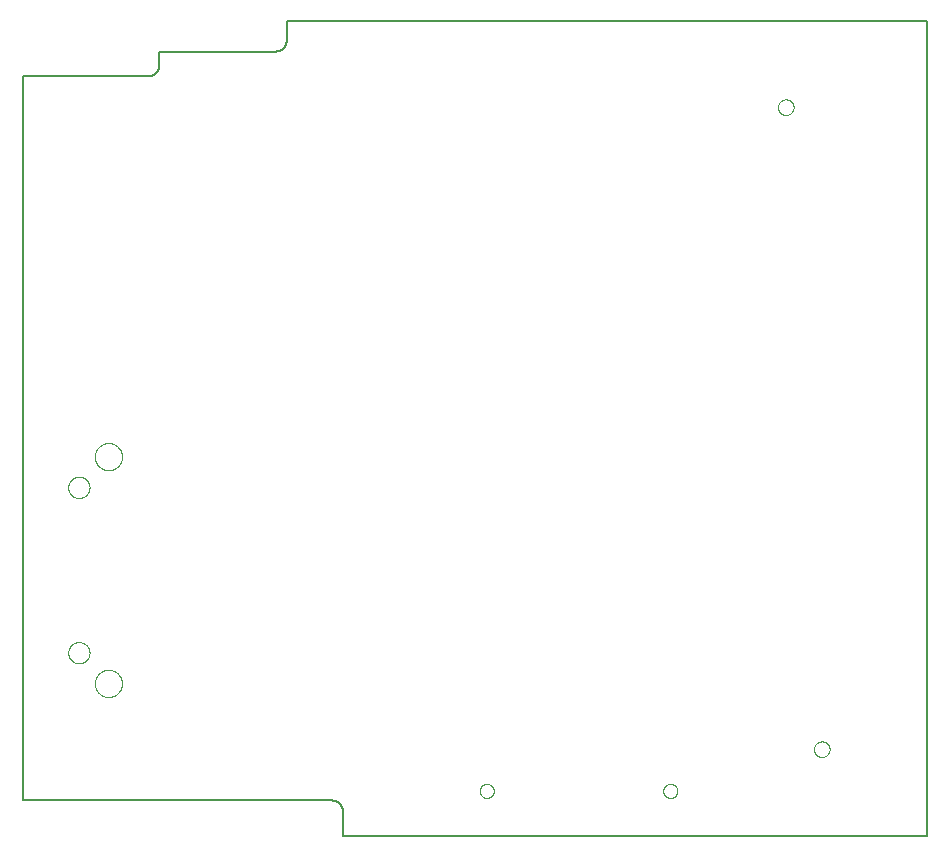
<source format=gko>
G75*
%MOIN*%
%OFA0B0*%
%FSLAX25Y25*%
%IPPOS*%
%LPD*%
%AMOC8*
5,1,8,0,0,1.08239X$1,22.5*
%
%ADD10C,0.00500*%
%ADD11C,0.00000*%
D10*
X0050016Y0056315D02*
X0152772Y0056315D01*
X0152896Y0056313D01*
X0153019Y0056307D01*
X0153143Y0056298D01*
X0153265Y0056284D01*
X0153388Y0056267D01*
X0153510Y0056245D01*
X0153631Y0056220D01*
X0153751Y0056191D01*
X0153870Y0056159D01*
X0153989Y0056122D01*
X0154106Y0056082D01*
X0154221Y0056039D01*
X0154336Y0055991D01*
X0154448Y0055940D01*
X0154559Y0055886D01*
X0154669Y0055828D01*
X0154776Y0055767D01*
X0154882Y0055702D01*
X0154985Y0055634D01*
X0155086Y0055563D01*
X0155185Y0055489D01*
X0155282Y0055412D01*
X0155376Y0055331D01*
X0155467Y0055248D01*
X0155556Y0055162D01*
X0155642Y0055073D01*
X0155725Y0054982D01*
X0155806Y0054888D01*
X0155883Y0054791D01*
X0155957Y0054692D01*
X0156028Y0054591D01*
X0156096Y0054488D01*
X0156161Y0054382D01*
X0156222Y0054275D01*
X0156280Y0054165D01*
X0156334Y0054054D01*
X0156385Y0053942D01*
X0156433Y0053827D01*
X0156476Y0053712D01*
X0156516Y0053595D01*
X0156553Y0053476D01*
X0156585Y0053357D01*
X0156614Y0053237D01*
X0156639Y0053116D01*
X0156661Y0052994D01*
X0156678Y0052871D01*
X0156692Y0052749D01*
X0156701Y0052625D01*
X0156707Y0052502D01*
X0156709Y0052378D01*
X0156709Y0044504D01*
X0351197Y0044504D01*
X0351197Y0316157D01*
X0137811Y0316157D01*
X0137811Y0309858D01*
X0137809Y0309734D01*
X0137803Y0309611D01*
X0137794Y0309487D01*
X0137780Y0309365D01*
X0137763Y0309242D01*
X0137741Y0309120D01*
X0137716Y0308999D01*
X0137687Y0308879D01*
X0137655Y0308760D01*
X0137618Y0308641D01*
X0137578Y0308524D01*
X0137535Y0308409D01*
X0137487Y0308294D01*
X0137436Y0308182D01*
X0137382Y0308071D01*
X0137324Y0307961D01*
X0137263Y0307854D01*
X0137198Y0307748D01*
X0137130Y0307645D01*
X0137059Y0307544D01*
X0136985Y0307445D01*
X0136908Y0307348D01*
X0136827Y0307254D01*
X0136744Y0307163D01*
X0136658Y0307074D01*
X0136569Y0306988D01*
X0136478Y0306905D01*
X0136384Y0306824D01*
X0136287Y0306747D01*
X0136188Y0306673D01*
X0136087Y0306602D01*
X0135984Y0306534D01*
X0135878Y0306469D01*
X0135771Y0306408D01*
X0135661Y0306350D01*
X0135550Y0306296D01*
X0135438Y0306245D01*
X0135323Y0306197D01*
X0135208Y0306154D01*
X0135091Y0306114D01*
X0134972Y0306077D01*
X0134853Y0306045D01*
X0134733Y0306016D01*
X0134612Y0305991D01*
X0134490Y0305969D01*
X0134367Y0305952D01*
X0134245Y0305938D01*
X0134121Y0305929D01*
X0133998Y0305923D01*
X0133874Y0305921D01*
X0095291Y0305921D01*
X0095291Y0301591D01*
X0095289Y0301467D01*
X0095283Y0301344D01*
X0095274Y0301220D01*
X0095260Y0301098D01*
X0095243Y0300975D01*
X0095221Y0300853D01*
X0095196Y0300732D01*
X0095167Y0300612D01*
X0095135Y0300493D01*
X0095098Y0300374D01*
X0095058Y0300257D01*
X0095015Y0300142D01*
X0094967Y0300027D01*
X0094916Y0299915D01*
X0094862Y0299804D01*
X0094804Y0299694D01*
X0094743Y0299587D01*
X0094678Y0299481D01*
X0094610Y0299378D01*
X0094539Y0299277D01*
X0094465Y0299178D01*
X0094388Y0299081D01*
X0094307Y0298987D01*
X0094224Y0298896D01*
X0094138Y0298807D01*
X0094049Y0298721D01*
X0093958Y0298638D01*
X0093864Y0298557D01*
X0093767Y0298480D01*
X0093668Y0298406D01*
X0093567Y0298335D01*
X0093464Y0298267D01*
X0093358Y0298202D01*
X0093251Y0298141D01*
X0093141Y0298083D01*
X0093030Y0298029D01*
X0092918Y0297978D01*
X0092803Y0297930D01*
X0092688Y0297887D01*
X0092571Y0297847D01*
X0092452Y0297810D01*
X0092333Y0297778D01*
X0092213Y0297749D01*
X0092092Y0297724D01*
X0091970Y0297702D01*
X0091847Y0297685D01*
X0091725Y0297671D01*
X0091601Y0297662D01*
X0091478Y0297656D01*
X0091354Y0297654D01*
X0050016Y0297654D01*
X0050016Y0056315D01*
D11*
X0073834Y0095291D02*
X0073836Y0095425D01*
X0073842Y0095559D01*
X0073852Y0095693D01*
X0073866Y0095827D01*
X0073884Y0095960D01*
X0073905Y0096092D01*
X0073931Y0096224D01*
X0073961Y0096355D01*
X0073994Y0096485D01*
X0074031Y0096613D01*
X0074073Y0096741D01*
X0074117Y0096868D01*
X0074166Y0096993D01*
X0074218Y0097116D01*
X0074274Y0097238D01*
X0074334Y0097359D01*
X0074397Y0097477D01*
X0074463Y0097594D01*
X0074533Y0097708D01*
X0074606Y0097821D01*
X0074683Y0097931D01*
X0074763Y0098039D01*
X0074846Y0098144D01*
X0074932Y0098247D01*
X0075021Y0098347D01*
X0075113Y0098445D01*
X0075208Y0098540D01*
X0075306Y0098632D01*
X0075406Y0098721D01*
X0075509Y0098807D01*
X0075614Y0098890D01*
X0075722Y0098970D01*
X0075832Y0099047D01*
X0075945Y0099120D01*
X0076059Y0099190D01*
X0076176Y0099256D01*
X0076294Y0099319D01*
X0076415Y0099379D01*
X0076537Y0099435D01*
X0076660Y0099487D01*
X0076785Y0099536D01*
X0076912Y0099580D01*
X0077040Y0099622D01*
X0077168Y0099659D01*
X0077298Y0099692D01*
X0077429Y0099722D01*
X0077561Y0099748D01*
X0077693Y0099769D01*
X0077826Y0099787D01*
X0077960Y0099801D01*
X0078094Y0099811D01*
X0078228Y0099817D01*
X0078362Y0099819D01*
X0078496Y0099817D01*
X0078630Y0099811D01*
X0078764Y0099801D01*
X0078898Y0099787D01*
X0079031Y0099769D01*
X0079163Y0099748D01*
X0079295Y0099722D01*
X0079426Y0099692D01*
X0079556Y0099659D01*
X0079684Y0099622D01*
X0079812Y0099580D01*
X0079939Y0099536D01*
X0080064Y0099487D01*
X0080187Y0099435D01*
X0080309Y0099379D01*
X0080430Y0099319D01*
X0080548Y0099256D01*
X0080665Y0099190D01*
X0080779Y0099120D01*
X0080892Y0099047D01*
X0081002Y0098970D01*
X0081110Y0098890D01*
X0081215Y0098807D01*
X0081318Y0098721D01*
X0081418Y0098632D01*
X0081516Y0098540D01*
X0081611Y0098445D01*
X0081703Y0098347D01*
X0081792Y0098247D01*
X0081878Y0098144D01*
X0081961Y0098039D01*
X0082041Y0097931D01*
X0082118Y0097821D01*
X0082191Y0097708D01*
X0082261Y0097594D01*
X0082327Y0097477D01*
X0082390Y0097359D01*
X0082450Y0097238D01*
X0082506Y0097116D01*
X0082558Y0096993D01*
X0082607Y0096868D01*
X0082651Y0096741D01*
X0082693Y0096613D01*
X0082730Y0096485D01*
X0082763Y0096355D01*
X0082793Y0096224D01*
X0082819Y0096092D01*
X0082840Y0095960D01*
X0082858Y0095827D01*
X0082872Y0095693D01*
X0082882Y0095559D01*
X0082888Y0095425D01*
X0082890Y0095291D01*
X0082888Y0095157D01*
X0082882Y0095023D01*
X0082872Y0094889D01*
X0082858Y0094755D01*
X0082840Y0094622D01*
X0082819Y0094490D01*
X0082793Y0094358D01*
X0082763Y0094227D01*
X0082730Y0094097D01*
X0082693Y0093969D01*
X0082651Y0093841D01*
X0082607Y0093714D01*
X0082558Y0093589D01*
X0082506Y0093466D01*
X0082450Y0093344D01*
X0082390Y0093223D01*
X0082327Y0093105D01*
X0082261Y0092988D01*
X0082191Y0092874D01*
X0082118Y0092761D01*
X0082041Y0092651D01*
X0081961Y0092543D01*
X0081878Y0092438D01*
X0081792Y0092335D01*
X0081703Y0092235D01*
X0081611Y0092137D01*
X0081516Y0092042D01*
X0081418Y0091950D01*
X0081318Y0091861D01*
X0081215Y0091775D01*
X0081110Y0091692D01*
X0081002Y0091612D01*
X0080892Y0091535D01*
X0080779Y0091462D01*
X0080665Y0091392D01*
X0080548Y0091326D01*
X0080430Y0091263D01*
X0080309Y0091203D01*
X0080187Y0091147D01*
X0080064Y0091095D01*
X0079939Y0091046D01*
X0079812Y0091002D01*
X0079684Y0090960D01*
X0079556Y0090923D01*
X0079426Y0090890D01*
X0079295Y0090860D01*
X0079163Y0090834D01*
X0079031Y0090813D01*
X0078898Y0090795D01*
X0078764Y0090781D01*
X0078630Y0090771D01*
X0078496Y0090765D01*
X0078362Y0090763D01*
X0078228Y0090765D01*
X0078094Y0090771D01*
X0077960Y0090781D01*
X0077826Y0090795D01*
X0077693Y0090813D01*
X0077561Y0090834D01*
X0077429Y0090860D01*
X0077298Y0090890D01*
X0077168Y0090923D01*
X0077040Y0090960D01*
X0076912Y0091002D01*
X0076785Y0091046D01*
X0076660Y0091095D01*
X0076537Y0091147D01*
X0076415Y0091203D01*
X0076294Y0091263D01*
X0076176Y0091326D01*
X0076059Y0091392D01*
X0075945Y0091462D01*
X0075832Y0091535D01*
X0075722Y0091612D01*
X0075614Y0091692D01*
X0075509Y0091775D01*
X0075406Y0091861D01*
X0075306Y0091950D01*
X0075208Y0092042D01*
X0075113Y0092137D01*
X0075021Y0092235D01*
X0074932Y0092335D01*
X0074846Y0092438D01*
X0074763Y0092543D01*
X0074683Y0092651D01*
X0074606Y0092761D01*
X0074533Y0092874D01*
X0074463Y0092988D01*
X0074397Y0093105D01*
X0074334Y0093223D01*
X0074274Y0093344D01*
X0074218Y0093466D01*
X0074166Y0093589D01*
X0074117Y0093714D01*
X0074073Y0093841D01*
X0074031Y0093969D01*
X0073994Y0094097D01*
X0073961Y0094227D01*
X0073931Y0094358D01*
X0073905Y0094490D01*
X0073884Y0094622D01*
X0073866Y0094755D01*
X0073852Y0094889D01*
X0073842Y0095023D01*
X0073836Y0095157D01*
X0073834Y0095291D01*
X0064977Y0105528D02*
X0064979Y0105646D01*
X0064985Y0105765D01*
X0064995Y0105883D01*
X0065009Y0106000D01*
X0065026Y0106117D01*
X0065048Y0106234D01*
X0065074Y0106349D01*
X0065103Y0106464D01*
X0065136Y0106578D01*
X0065173Y0106690D01*
X0065214Y0106801D01*
X0065258Y0106911D01*
X0065306Y0107019D01*
X0065358Y0107126D01*
X0065413Y0107231D01*
X0065472Y0107334D01*
X0065534Y0107434D01*
X0065599Y0107533D01*
X0065668Y0107630D01*
X0065739Y0107724D01*
X0065814Y0107815D01*
X0065892Y0107905D01*
X0065973Y0107991D01*
X0066057Y0108075D01*
X0066143Y0108156D01*
X0066233Y0108234D01*
X0066324Y0108309D01*
X0066418Y0108380D01*
X0066515Y0108449D01*
X0066614Y0108514D01*
X0066714Y0108576D01*
X0066817Y0108635D01*
X0066922Y0108690D01*
X0067029Y0108742D01*
X0067137Y0108790D01*
X0067247Y0108834D01*
X0067358Y0108875D01*
X0067470Y0108912D01*
X0067584Y0108945D01*
X0067699Y0108974D01*
X0067814Y0109000D01*
X0067931Y0109022D01*
X0068048Y0109039D01*
X0068165Y0109053D01*
X0068283Y0109063D01*
X0068402Y0109069D01*
X0068520Y0109071D01*
X0068638Y0109069D01*
X0068757Y0109063D01*
X0068875Y0109053D01*
X0068992Y0109039D01*
X0069109Y0109022D01*
X0069226Y0109000D01*
X0069341Y0108974D01*
X0069456Y0108945D01*
X0069570Y0108912D01*
X0069682Y0108875D01*
X0069793Y0108834D01*
X0069903Y0108790D01*
X0070011Y0108742D01*
X0070118Y0108690D01*
X0070223Y0108635D01*
X0070326Y0108576D01*
X0070426Y0108514D01*
X0070525Y0108449D01*
X0070622Y0108380D01*
X0070716Y0108309D01*
X0070807Y0108234D01*
X0070897Y0108156D01*
X0070983Y0108075D01*
X0071067Y0107991D01*
X0071148Y0107905D01*
X0071226Y0107815D01*
X0071301Y0107724D01*
X0071372Y0107630D01*
X0071441Y0107533D01*
X0071506Y0107434D01*
X0071568Y0107334D01*
X0071627Y0107231D01*
X0071682Y0107126D01*
X0071734Y0107019D01*
X0071782Y0106911D01*
X0071826Y0106801D01*
X0071867Y0106690D01*
X0071904Y0106578D01*
X0071937Y0106464D01*
X0071966Y0106349D01*
X0071992Y0106234D01*
X0072014Y0106117D01*
X0072031Y0106000D01*
X0072045Y0105883D01*
X0072055Y0105765D01*
X0072061Y0105646D01*
X0072063Y0105528D01*
X0072061Y0105410D01*
X0072055Y0105291D01*
X0072045Y0105173D01*
X0072031Y0105056D01*
X0072014Y0104939D01*
X0071992Y0104822D01*
X0071966Y0104707D01*
X0071937Y0104592D01*
X0071904Y0104478D01*
X0071867Y0104366D01*
X0071826Y0104255D01*
X0071782Y0104145D01*
X0071734Y0104037D01*
X0071682Y0103930D01*
X0071627Y0103825D01*
X0071568Y0103722D01*
X0071506Y0103622D01*
X0071441Y0103523D01*
X0071372Y0103426D01*
X0071301Y0103332D01*
X0071226Y0103241D01*
X0071148Y0103151D01*
X0071067Y0103065D01*
X0070983Y0102981D01*
X0070897Y0102900D01*
X0070807Y0102822D01*
X0070716Y0102747D01*
X0070622Y0102676D01*
X0070525Y0102607D01*
X0070426Y0102542D01*
X0070326Y0102480D01*
X0070223Y0102421D01*
X0070118Y0102366D01*
X0070011Y0102314D01*
X0069903Y0102266D01*
X0069793Y0102222D01*
X0069682Y0102181D01*
X0069570Y0102144D01*
X0069456Y0102111D01*
X0069341Y0102082D01*
X0069226Y0102056D01*
X0069109Y0102034D01*
X0068992Y0102017D01*
X0068875Y0102003D01*
X0068757Y0101993D01*
X0068638Y0101987D01*
X0068520Y0101985D01*
X0068402Y0101987D01*
X0068283Y0101993D01*
X0068165Y0102003D01*
X0068048Y0102017D01*
X0067931Y0102034D01*
X0067814Y0102056D01*
X0067699Y0102082D01*
X0067584Y0102111D01*
X0067470Y0102144D01*
X0067358Y0102181D01*
X0067247Y0102222D01*
X0067137Y0102266D01*
X0067029Y0102314D01*
X0066922Y0102366D01*
X0066817Y0102421D01*
X0066714Y0102480D01*
X0066614Y0102542D01*
X0066515Y0102607D01*
X0066418Y0102676D01*
X0066324Y0102747D01*
X0066233Y0102822D01*
X0066143Y0102900D01*
X0066057Y0102981D01*
X0065973Y0103065D01*
X0065892Y0103151D01*
X0065814Y0103241D01*
X0065739Y0103332D01*
X0065668Y0103426D01*
X0065599Y0103523D01*
X0065534Y0103622D01*
X0065472Y0103722D01*
X0065413Y0103825D01*
X0065358Y0103930D01*
X0065306Y0104037D01*
X0065258Y0104145D01*
X0065214Y0104255D01*
X0065173Y0104366D01*
X0065136Y0104478D01*
X0065103Y0104592D01*
X0065074Y0104707D01*
X0065048Y0104822D01*
X0065026Y0104939D01*
X0065009Y0105056D01*
X0064995Y0105173D01*
X0064985Y0105291D01*
X0064979Y0105410D01*
X0064977Y0105528D01*
X0064977Y0160646D02*
X0064979Y0160764D01*
X0064985Y0160883D01*
X0064995Y0161001D01*
X0065009Y0161118D01*
X0065026Y0161235D01*
X0065048Y0161352D01*
X0065074Y0161467D01*
X0065103Y0161582D01*
X0065136Y0161696D01*
X0065173Y0161808D01*
X0065214Y0161919D01*
X0065258Y0162029D01*
X0065306Y0162137D01*
X0065358Y0162244D01*
X0065413Y0162349D01*
X0065472Y0162452D01*
X0065534Y0162552D01*
X0065599Y0162651D01*
X0065668Y0162748D01*
X0065739Y0162842D01*
X0065814Y0162933D01*
X0065892Y0163023D01*
X0065973Y0163109D01*
X0066057Y0163193D01*
X0066143Y0163274D01*
X0066233Y0163352D01*
X0066324Y0163427D01*
X0066418Y0163498D01*
X0066515Y0163567D01*
X0066614Y0163632D01*
X0066714Y0163694D01*
X0066817Y0163753D01*
X0066922Y0163808D01*
X0067029Y0163860D01*
X0067137Y0163908D01*
X0067247Y0163952D01*
X0067358Y0163993D01*
X0067470Y0164030D01*
X0067584Y0164063D01*
X0067699Y0164092D01*
X0067814Y0164118D01*
X0067931Y0164140D01*
X0068048Y0164157D01*
X0068165Y0164171D01*
X0068283Y0164181D01*
X0068402Y0164187D01*
X0068520Y0164189D01*
X0068638Y0164187D01*
X0068757Y0164181D01*
X0068875Y0164171D01*
X0068992Y0164157D01*
X0069109Y0164140D01*
X0069226Y0164118D01*
X0069341Y0164092D01*
X0069456Y0164063D01*
X0069570Y0164030D01*
X0069682Y0163993D01*
X0069793Y0163952D01*
X0069903Y0163908D01*
X0070011Y0163860D01*
X0070118Y0163808D01*
X0070223Y0163753D01*
X0070326Y0163694D01*
X0070426Y0163632D01*
X0070525Y0163567D01*
X0070622Y0163498D01*
X0070716Y0163427D01*
X0070807Y0163352D01*
X0070897Y0163274D01*
X0070983Y0163193D01*
X0071067Y0163109D01*
X0071148Y0163023D01*
X0071226Y0162933D01*
X0071301Y0162842D01*
X0071372Y0162748D01*
X0071441Y0162651D01*
X0071506Y0162552D01*
X0071568Y0162452D01*
X0071627Y0162349D01*
X0071682Y0162244D01*
X0071734Y0162137D01*
X0071782Y0162029D01*
X0071826Y0161919D01*
X0071867Y0161808D01*
X0071904Y0161696D01*
X0071937Y0161582D01*
X0071966Y0161467D01*
X0071992Y0161352D01*
X0072014Y0161235D01*
X0072031Y0161118D01*
X0072045Y0161001D01*
X0072055Y0160883D01*
X0072061Y0160764D01*
X0072063Y0160646D01*
X0072061Y0160528D01*
X0072055Y0160409D01*
X0072045Y0160291D01*
X0072031Y0160174D01*
X0072014Y0160057D01*
X0071992Y0159940D01*
X0071966Y0159825D01*
X0071937Y0159710D01*
X0071904Y0159596D01*
X0071867Y0159484D01*
X0071826Y0159373D01*
X0071782Y0159263D01*
X0071734Y0159155D01*
X0071682Y0159048D01*
X0071627Y0158943D01*
X0071568Y0158840D01*
X0071506Y0158740D01*
X0071441Y0158641D01*
X0071372Y0158544D01*
X0071301Y0158450D01*
X0071226Y0158359D01*
X0071148Y0158269D01*
X0071067Y0158183D01*
X0070983Y0158099D01*
X0070897Y0158018D01*
X0070807Y0157940D01*
X0070716Y0157865D01*
X0070622Y0157794D01*
X0070525Y0157725D01*
X0070426Y0157660D01*
X0070326Y0157598D01*
X0070223Y0157539D01*
X0070118Y0157484D01*
X0070011Y0157432D01*
X0069903Y0157384D01*
X0069793Y0157340D01*
X0069682Y0157299D01*
X0069570Y0157262D01*
X0069456Y0157229D01*
X0069341Y0157200D01*
X0069226Y0157174D01*
X0069109Y0157152D01*
X0068992Y0157135D01*
X0068875Y0157121D01*
X0068757Y0157111D01*
X0068638Y0157105D01*
X0068520Y0157103D01*
X0068402Y0157105D01*
X0068283Y0157111D01*
X0068165Y0157121D01*
X0068048Y0157135D01*
X0067931Y0157152D01*
X0067814Y0157174D01*
X0067699Y0157200D01*
X0067584Y0157229D01*
X0067470Y0157262D01*
X0067358Y0157299D01*
X0067247Y0157340D01*
X0067137Y0157384D01*
X0067029Y0157432D01*
X0066922Y0157484D01*
X0066817Y0157539D01*
X0066714Y0157598D01*
X0066614Y0157660D01*
X0066515Y0157725D01*
X0066418Y0157794D01*
X0066324Y0157865D01*
X0066233Y0157940D01*
X0066143Y0158018D01*
X0066057Y0158099D01*
X0065973Y0158183D01*
X0065892Y0158269D01*
X0065814Y0158359D01*
X0065739Y0158450D01*
X0065668Y0158544D01*
X0065599Y0158641D01*
X0065534Y0158740D01*
X0065472Y0158840D01*
X0065413Y0158943D01*
X0065358Y0159048D01*
X0065306Y0159155D01*
X0065258Y0159263D01*
X0065214Y0159373D01*
X0065173Y0159484D01*
X0065136Y0159596D01*
X0065103Y0159710D01*
X0065074Y0159825D01*
X0065048Y0159940D01*
X0065026Y0160057D01*
X0065009Y0160174D01*
X0064995Y0160291D01*
X0064985Y0160409D01*
X0064979Y0160528D01*
X0064977Y0160646D01*
X0073834Y0170882D02*
X0073836Y0171016D01*
X0073842Y0171150D01*
X0073852Y0171284D01*
X0073866Y0171418D01*
X0073884Y0171551D01*
X0073905Y0171683D01*
X0073931Y0171815D01*
X0073961Y0171946D01*
X0073994Y0172076D01*
X0074031Y0172204D01*
X0074073Y0172332D01*
X0074117Y0172459D01*
X0074166Y0172584D01*
X0074218Y0172707D01*
X0074274Y0172829D01*
X0074334Y0172950D01*
X0074397Y0173068D01*
X0074463Y0173185D01*
X0074533Y0173299D01*
X0074606Y0173412D01*
X0074683Y0173522D01*
X0074763Y0173630D01*
X0074846Y0173735D01*
X0074932Y0173838D01*
X0075021Y0173938D01*
X0075113Y0174036D01*
X0075208Y0174131D01*
X0075306Y0174223D01*
X0075406Y0174312D01*
X0075509Y0174398D01*
X0075614Y0174481D01*
X0075722Y0174561D01*
X0075832Y0174638D01*
X0075945Y0174711D01*
X0076059Y0174781D01*
X0076176Y0174847D01*
X0076294Y0174910D01*
X0076415Y0174970D01*
X0076537Y0175026D01*
X0076660Y0175078D01*
X0076785Y0175127D01*
X0076912Y0175171D01*
X0077040Y0175213D01*
X0077168Y0175250D01*
X0077298Y0175283D01*
X0077429Y0175313D01*
X0077561Y0175339D01*
X0077693Y0175360D01*
X0077826Y0175378D01*
X0077960Y0175392D01*
X0078094Y0175402D01*
X0078228Y0175408D01*
X0078362Y0175410D01*
X0078496Y0175408D01*
X0078630Y0175402D01*
X0078764Y0175392D01*
X0078898Y0175378D01*
X0079031Y0175360D01*
X0079163Y0175339D01*
X0079295Y0175313D01*
X0079426Y0175283D01*
X0079556Y0175250D01*
X0079684Y0175213D01*
X0079812Y0175171D01*
X0079939Y0175127D01*
X0080064Y0175078D01*
X0080187Y0175026D01*
X0080309Y0174970D01*
X0080430Y0174910D01*
X0080548Y0174847D01*
X0080665Y0174781D01*
X0080779Y0174711D01*
X0080892Y0174638D01*
X0081002Y0174561D01*
X0081110Y0174481D01*
X0081215Y0174398D01*
X0081318Y0174312D01*
X0081418Y0174223D01*
X0081516Y0174131D01*
X0081611Y0174036D01*
X0081703Y0173938D01*
X0081792Y0173838D01*
X0081878Y0173735D01*
X0081961Y0173630D01*
X0082041Y0173522D01*
X0082118Y0173412D01*
X0082191Y0173299D01*
X0082261Y0173185D01*
X0082327Y0173068D01*
X0082390Y0172950D01*
X0082450Y0172829D01*
X0082506Y0172707D01*
X0082558Y0172584D01*
X0082607Y0172459D01*
X0082651Y0172332D01*
X0082693Y0172204D01*
X0082730Y0172076D01*
X0082763Y0171946D01*
X0082793Y0171815D01*
X0082819Y0171683D01*
X0082840Y0171551D01*
X0082858Y0171418D01*
X0082872Y0171284D01*
X0082882Y0171150D01*
X0082888Y0171016D01*
X0082890Y0170882D01*
X0082888Y0170748D01*
X0082882Y0170614D01*
X0082872Y0170480D01*
X0082858Y0170346D01*
X0082840Y0170213D01*
X0082819Y0170081D01*
X0082793Y0169949D01*
X0082763Y0169818D01*
X0082730Y0169688D01*
X0082693Y0169560D01*
X0082651Y0169432D01*
X0082607Y0169305D01*
X0082558Y0169180D01*
X0082506Y0169057D01*
X0082450Y0168935D01*
X0082390Y0168814D01*
X0082327Y0168696D01*
X0082261Y0168579D01*
X0082191Y0168465D01*
X0082118Y0168352D01*
X0082041Y0168242D01*
X0081961Y0168134D01*
X0081878Y0168029D01*
X0081792Y0167926D01*
X0081703Y0167826D01*
X0081611Y0167728D01*
X0081516Y0167633D01*
X0081418Y0167541D01*
X0081318Y0167452D01*
X0081215Y0167366D01*
X0081110Y0167283D01*
X0081002Y0167203D01*
X0080892Y0167126D01*
X0080779Y0167053D01*
X0080665Y0166983D01*
X0080548Y0166917D01*
X0080430Y0166854D01*
X0080309Y0166794D01*
X0080187Y0166738D01*
X0080064Y0166686D01*
X0079939Y0166637D01*
X0079812Y0166593D01*
X0079684Y0166551D01*
X0079556Y0166514D01*
X0079426Y0166481D01*
X0079295Y0166451D01*
X0079163Y0166425D01*
X0079031Y0166404D01*
X0078898Y0166386D01*
X0078764Y0166372D01*
X0078630Y0166362D01*
X0078496Y0166356D01*
X0078362Y0166354D01*
X0078228Y0166356D01*
X0078094Y0166362D01*
X0077960Y0166372D01*
X0077826Y0166386D01*
X0077693Y0166404D01*
X0077561Y0166425D01*
X0077429Y0166451D01*
X0077298Y0166481D01*
X0077168Y0166514D01*
X0077040Y0166551D01*
X0076912Y0166593D01*
X0076785Y0166637D01*
X0076660Y0166686D01*
X0076537Y0166738D01*
X0076415Y0166794D01*
X0076294Y0166854D01*
X0076176Y0166917D01*
X0076059Y0166983D01*
X0075945Y0167053D01*
X0075832Y0167126D01*
X0075722Y0167203D01*
X0075614Y0167283D01*
X0075509Y0167366D01*
X0075406Y0167452D01*
X0075306Y0167541D01*
X0075208Y0167633D01*
X0075113Y0167728D01*
X0075021Y0167826D01*
X0074932Y0167926D01*
X0074846Y0168029D01*
X0074763Y0168134D01*
X0074683Y0168242D01*
X0074606Y0168352D01*
X0074533Y0168465D01*
X0074463Y0168579D01*
X0074397Y0168696D01*
X0074334Y0168814D01*
X0074274Y0168935D01*
X0074218Y0169057D01*
X0074166Y0169180D01*
X0074117Y0169305D01*
X0074073Y0169432D01*
X0074031Y0169560D01*
X0073994Y0169688D01*
X0073961Y0169818D01*
X0073931Y0169949D01*
X0073905Y0170081D01*
X0073884Y0170213D01*
X0073866Y0170346D01*
X0073852Y0170480D01*
X0073842Y0170614D01*
X0073836Y0170748D01*
X0073834Y0170882D01*
X0202122Y0059465D02*
X0202124Y0059561D01*
X0202130Y0059657D01*
X0202140Y0059753D01*
X0202154Y0059848D01*
X0202171Y0059943D01*
X0202193Y0060036D01*
X0202218Y0060129D01*
X0202247Y0060221D01*
X0202280Y0060311D01*
X0202317Y0060400D01*
X0202357Y0060488D01*
X0202401Y0060573D01*
X0202448Y0060657D01*
X0202499Y0060739D01*
X0202553Y0060819D01*
X0202610Y0060896D01*
X0202670Y0060971D01*
X0202734Y0061043D01*
X0202800Y0061113D01*
X0202869Y0061180D01*
X0202941Y0061244D01*
X0203015Y0061305D01*
X0203092Y0061363D01*
X0203171Y0061418D01*
X0203252Y0061470D01*
X0203335Y0061518D01*
X0203421Y0061562D01*
X0203508Y0061603D01*
X0203596Y0061641D01*
X0203686Y0061675D01*
X0203778Y0061705D01*
X0203870Y0061731D01*
X0203964Y0061754D01*
X0204058Y0061772D01*
X0204153Y0061787D01*
X0204249Y0061798D01*
X0204345Y0061805D01*
X0204441Y0061808D01*
X0204537Y0061807D01*
X0204633Y0061802D01*
X0204729Y0061793D01*
X0204824Y0061780D01*
X0204919Y0061764D01*
X0205013Y0061743D01*
X0205106Y0061719D01*
X0205198Y0061690D01*
X0205289Y0061658D01*
X0205378Y0061623D01*
X0205466Y0061583D01*
X0205552Y0061540D01*
X0205636Y0061494D01*
X0205719Y0061444D01*
X0205799Y0061391D01*
X0205877Y0061335D01*
X0205953Y0061275D01*
X0206026Y0061213D01*
X0206096Y0061147D01*
X0206164Y0061079D01*
X0206229Y0061008D01*
X0206290Y0060934D01*
X0206349Y0060858D01*
X0206405Y0060779D01*
X0206457Y0060698D01*
X0206506Y0060616D01*
X0206552Y0060531D01*
X0206594Y0060444D01*
X0206632Y0060356D01*
X0206667Y0060266D01*
X0206698Y0060175D01*
X0206725Y0060083D01*
X0206748Y0059990D01*
X0206768Y0059896D01*
X0206784Y0059801D01*
X0206796Y0059705D01*
X0206804Y0059609D01*
X0206808Y0059513D01*
X0206808Y0059417D01*
X0206804Y0059321D01*
X0206796Y0059225D01*
X0206784Y0059129D01*
X0206768Y0059034D01*
X0206748Y0058940D01*
X0206725Y0058847D01*
X0206698Y0058755D01*
X0206667Y0058664D01*
X0206632Y0058574D01*
X0206594Y0058486D01*
X0206552Y0058399D01*
X0206506Y0058314D01*
X0206457Y0058232D01*
X0206405Y0058151D01*
X0206349Y0058072D01*
X0206290Y0057996D01*
X0206229Y0057922D01*
X0206164Y0057851D01*
X0206096Y0057783D01*
X0206026Y0057717D01*
X0205953Y0057655D01*
X0205877Y0057595D01*
X0205799Y0057539D01*
X0205719Y0057486D01*
X0205637Y0057436D01*
X0205552Y0057390D01*
X0205466Y0057347D01*
X0205378Y0057307D01*
X0205289Y0057272D01*
X0205198Y0057240D01*
X0205106Y0057211D01*
X0205013Y0057187D01*
X0204919Y0057166D01*
X0204824Y0057150D01*
X0204729Y0057137D01*
X0204633Y0057128D01*
X0204537Y0057123D01*
X0204441Y0057122D01*
X0204345Y0057125D01*
X0204249Y0057132D01*
X0204153Y0057143D01*
X0204058Y0057158D01*
X0203964Y0057176D01*
X0203870Y0057199D01*
X0203778Y0057225D01*
X0203686Y0057255D01*
X0203596Y0057289D01*
X0203508Y0057327D01*
X0203421Y0057368D01*
X0203335Y0057412D01*
X0203252Y0057460D01*
X0203171Y0057512D01*
X0203092Y0057567D01*
X0203015Y0057625D01*
X0202941Y0057686D01*
X0202869Y0057750D01*
X0202800Y0057817D01*
X0202734Y0057887D01*
X0202670Y0057959D01*
X0202610Y0058034D01*
X0202553Y0058111D01*
X0202499Y0058191D01*
X0202448Y0058273D01*
X0202401Y0058357D01*
X0202357Y0058442D01*
X0202317Y0058530D01*
X0202280Y0058619D01*
X0202247Y0058709D01*
X0202218Y0058801D01*
X0202193Y0058894D01*
X0202171Y0058987D01*
X0202154Y0059082D01*
X0202140Y0059177D01*
X0202130Y0059273D01*
X0202124Y0059369D01*
X0202122Y0059465D01*
X0263303Y0059465D02*
X0263305Y0059561D01*
X0263311Y0059657D01*
X0263321Y0059753D01*
X0263335Y0059848D01*
X0263352Y0059943D01*
X0263374Y0060036D01*
X0263399Y0060129D01*
X0263428Y0060221D01*
X0263461Y0060311D01*
X0263498Y0060400D01*
X0263538Y0060488D01*
X0263582Y0060573D01*
X0263629Y0060657D01*
X0263680Y0060739D01*
X0263734Y0060819D01*
X0263791Y0060896D01*
X0263851Y0060971D01*
X0263915Y0061043D01*
X0263981Y0061113D01*
X0264050Y0061180D01*
X0264122Y0061244D01*
X0264196Y0061305D01*
X0264273Y0061363D01*
X0264352Y0061418D01*
X0264433Y0061470D01*
X0264516Y0061518D01*
X0264602Y0061562D01*
X0264689Y0061603D01*
X0264777Y0061641D01*
X0264867Y0061675D01*
X0264959Y0061705D01*
X0265051Y0061731D01*
X0265145Y0061754D01*
X0265239Y0061772D01*
X0265334Y0061787D01*
X0265430Y0061798D01*
X0265526Y0061805D01*
X0265622Y0061808D01*
X0265718Y0061807D01*
X0265814Y0061802D01*
X0265910Y0061793D01*
X0266005Y0061780D01*
X0266100Y0061764D01*
X0266194Y0061743D01*
X0266287Y0061719D01*
X0266379Y0061690D01*
X0266470Y0061658D01*
X0266559Y0061623D01*
X0266647Y0061583D01*
X0266733Y0061540D01*
X0266817Y0061494D01*
X0266900Y0061444D01*
X0266980Y0061391D01*
X0267058Y0061335D01*
X0267134Y0061275D01*
X0267207Y0061213D01*
X0267277Y0061147D01*
X0267345Y0061079D01*
X0267410Y0061008D01*
X0267471Y0060934D01*
X0267530Y0060858D01*
X0267586Y0060779D01*
X0267638Y0060698D01*
X0267687Y0060616D01*
X0267733Y0060531D01*
X0267775Y0060444D01*
X0267813Y0060356D01*
X0267848Y0060266D01*
X0267879Y0060175D01*
X0267906Y0060083D01*
X0267929Y0059990D01*
X0267949Y0059896D01*
X0267965Y0059801D01*
X0267977Y0059705D01*
X0267985Y0059609D01*
X0267989Y0059513D01*
X0267989Y0059417D01*
X0267985Y0059321D01*
X0267977Y0059225D01*
X0267965Y0059129D01*
X0267949Y0059034D01*
X0267929Y0058940D01*
X0267906Y0058847D01*
X0267879Y0058755D01*
X0267848Y0058664D01*
X0267813Y0058574D01*
X0267775Y0058486D01*
X0267733Y0058399D01*
X0267687Y0058314D01*
X0267638Y0058232D01*
X0267586Y0058151D01*
X0267530Y0058072D01*
X0267471Y0057996D01*
X0267410Y0057922D01*
X0267345Y0057851D01*
X0267277Y0057783D01*
X0267207Y0057717D01*
X0267134Y0057655D01*
X0267058Y0057595D01*
X0266980Y0057539D01*
X0266900Y0057486D01*
X0266818Y0057436D01*
X0266733Y0057390D01*
X0266647Y0057347D01*
X0266559Y0057307D01*
X0266470Y0057272D01*
X0266379Y0057240D01*
X0266287Y0057211D01*
X0266194Y0057187D01*
X0266100Y0057166D01*
X0266005Y0057150D01*
X0265910Y0057137D01*
X0265814Y0057128D01*
X0265718Y0057123D01*
X0265622Y0057122D01*
X0265526Y0057125D01*
X0265430Y0057132D01*
X0265334Y0057143D01*
X0265239Y0057158D01*
X0265145Y0057176D01*
X0265051Y0057199D01*
X0264959Y0057225D01*
X0264867Y0057255D01*
X0264777Y0057289D01*
X0264689Y0057327D01*
X0264602Y0057368D01*
X0264516Y0057412D01*
X0264433Y0057460D01*
X0264352Y0057512D01*
X0264273Y0057567D01*
X0264196Y0057625D01*
X0264122Y0057686D01*
X0264050Y0057750D01*
X0263981Y0057817D01*
X0263915Y0057887D01*
X0263851Y0057959D01*
X0263791Y0058034D01*
X0263734Y0058111D01*
X0263680Y0058191D01*
X0263629Y0058273D01*
X0263582Y0058357D01*
X0263538Y0058442D01*
X0263498Y0058530D01*
X0263461Y0058619D01*
X0263428Y0058709D01*
X0263399Y0058801D01*
X0263374Y0058894D01*
X0263352Y0058987D01*
X0263335Y0059082D01*
X0263321Y0059177D01*
X0263311Y0059273D01*
X0263305Y0059369D01*
X0263303Y0059465D01*
X0313557Y0073381D02*
X0313559Y0073482D01*
X0313565Y0073584D01*
X0313575Y0073685D01*
X0313589Y0073785D01*
X0313606Y0073885D01*
X0313628Y0073984D01*
X0313653Y0074082D01*
X0313683Y0074180D01*
X0313716Y0074276D01*
X0313752Y0074370D01*
X0313793Y0074463D01*
X0313837Y0074555D01*
X0313884Y0074644D01*
X0313936Y0074732D01*
X0313990Y0074818D01*
X0314048Y0074901D01*
X0314109Y0074982D01*
X0314173Y0075061D01*
X0314240Y0075137D01*
X0314310Y0075210D01*
X0314382Y0075281D01*
X0314458Y0075349D01*
X0314536Y0075414D01*
X0314616Y0075475D01*
X0314699Y0075534D01*
X0314784Y0075589D01*
X0314872Y0075641D01*
X0314961Y0075690D01*
X0315052Y0075734D01*
X0315144Y0075776D01*
X0315239Y0075813D01*
X0315334Y0075847D01*
X0315431Y0075878D01*
X0315529Y0075904D01*
X0315628Y0075927D01*
X0315728Y0075945D01*
X0315828Y0075960D01*
X0315929Y0075971D01*
X0316030Y0075978D01*
X0316132Y0075981D01*
X0316233Y0075980D01*
X0316334Y0075975D01*
X0316436Y0075966D01*
X0316536Y0075953D01*
X0316636Y0075936D01*
X0316736Y0075916D01*
X0316834Y0075891D01*
X0316931Y0075863D01*
X0317028Y0075831D01*
X0317123Y0075795D01*
X0317216Y0075756D01*
X0317308Y0075712D01*
X0317398Y0075666D01*
X0317486Y0075616D01*
X0317572Y0075562D01*
X0317656Y0075505D01*
X0317738Y0075445D01*
X0317817Y0075382D01*
X0317894Y0075315D01*
X0317968Y0075246D01*
X0318040Y0075174D01*
X0318108Y0075099D01*
X0318174Y0075022D01*
X0318236Y0074942D01*
X0318296Y0074860D01*
X0318352Y0074775D01*
X0318404Y0074688D01*
X0318454Y0074600D01*
X0318500Y0074509D01*
X0318542Y0074417D01*
X0318580Y0074323D01*
X0318615Y0074228D01*
X0318646Y0074131D01*
X0318674Y0074033D01*
X0318697Y0073935D01*
X0318717Y0073835D01*
X0318733Y0073735D01*
X0318745Y0073634D01*
X0318753Y0073533D01*
X0318757Y0073432D01*
X0318757Y0073330D01*
X0318753Y0073229D01*
X0318745Y0073128D01*
X0318733Y0073027D01*
X0318717Y0072927D01*
X0318697Y0072827D01*
X0318674Y0072729D01*
X0318646Y0072631D01*
X0318615Y0072534D01*
X0318580Y0072439D01*
X0318542Y0072345D01*
X0318500Y0072253D01*
X0318454Y0072162D01*
X0318404Y0072074D01*
X0318352Y0071987D01*
X0318296Y0071902D01*
X0318236Y0071820D01*
X0318174Y0071740D01*
X0318108Y0071663D01*
X0318040Y0071588D01*
X0317968Y0071516D01*
X0317894Y0071447D01*
X0317817Y0071380D01*
X0317738Y0071317D01*
X0317656Y0071257D01*
X0317572Y0071200D01*
X0317486Y0071146D01*
X0317398Y0071096D01*
X0317308Y0071050D01*
X0317216Y0071006D01*
X0317123Y0070967D01*
X0317028Y0070931D01*
X0316931Y0070899D01*
X0316834Y0070871D01*
X0316736Y0070846D01*
X0316636Y0070826D01*
X0316536Y0070809D01*
X0316436Y0070796D01*
X0316334Y0070787D01*
X0316233Y0070782D01*
X0316132Y0070781D01*
X0316030Y0070784D01*
X0315929Y0070791D01*
X0315828Y0070802D01*
X0315728Y0070817D01*
X0315628Y0070835D01*
X0315529Y0070858D01*
X0315431Y0070884D01*
X0315334Y0070915D01*
X0315239Y0070949D01*
X0315144Y0070986D01*
X0315052Y0071028D01*
X0314961Y0071072D01*
X0314872Y0071121D01*
X0314784Y0071173D01*
X0314699Y0071228D01*
X0314616Y0071287D01*
X0314536Y0071348D01*
X0314458Y0071413D01*
X0314382Y0071481D01*
X0314310Y0071552D01*
X0314240Y0071625D01*
X0314173Y0071701D01*
X0314109Y0071780D01*
X0314048Y0071861D01*
X0313990Y0071944D01*
X0313936Y0072030D01*
X0313884Y0072118D01*
X0313837Y0072207D01*
X0313793Y0072299D01*
X0313752Y0072392D01*
X0313716Y0072486D01*
X0313683Y0072582D01*
X0313653Y0072680D01*
X0313628Y0072778D01*
X0313606Y0072877D01*
X0313589Y0072977D01*
X0313575Y0073077D01*
X0313565Y0073178D01*
X0313559Y0073280D01*
X0313557Y0073381D01*
X0301550Y0287381D02*
X0301552Y0287482D01*
X0301558Y0287584D01*
X0301568Y0287685D01*
X0301582Y0287785D01*
X0301599Y0287885D01*
X0301621Y0287984D01*
X0301646Y0288082D01*
X0301676Y0288180D01*
X0301709Y0288276D01*
X0301745Y0288370D01*
X0301786Y0288463D01*
X0301830Y0288555D01*
X0301877Y0288644D01*
X0301929Y0288732D01*
X0301983Y0288818D01*
X0302041Y0288901D01*
X0302102Y0288982D01*
X0302166Y0289061D01*
X0302233Y0289137D01*
X0302303Y0289210D01*
X0302375Y0289281D01*
X0302451Y0289349D01*
X0302529Y0289414D01*
X0302609Y0289475D01*
X0302692Y0289534D01*
X0302777Y0289589D01*
X0302865Y0289641D01*
X0302954Y0289690D01*
X0303045Y0289734D01*
X0303137Y0289776D01*
X0303232Y0289813D01*
X0303327Y0289847D01*
X0303424Y0289878D01*
X0303522Y0289904D01*
X0303621Y0289927D01*
X0303721Y0289945D01*
X0303821Y0289960D01*
X0303922Y0289971D01*
X0304023Y0289978D01*
X0304125Y0289981D01*
X0304226Y0289980D01*
X0304327Y0289975D01*
X0304429Y0289966D01*
X0304529Y0289953D01*
X0304629Y0289936D01*
X0304729Y0289916D01*
X0304827Y0289891D01*
X0304924Y0289863D01*
X0305021Y0289831D01*
X0305116Y0289795D01*
X0305209Y0289756D01*
X0305301Y0289712D01*
X0305391Y0289666D01*
X0305479Y0289616D01*
X0305565Y0289562D01*
X0305649Y0289505D01*
X0305731Y0289445D01*
X0305810Y0289382D01*
X0305887Y0289315D01*
X0305961Y0289246D01*
X0306033Y0289174D01*
X0306101Y0289099D01*
X0306167Y0289022D01*
X0306229Y0288942D01*
X0306289Y0288860D01*
X0306345Y0288775D01*
X0306397Y0288688D01*
X0306447Y0288600D01*
X0306493Y0288509D01*
X0306535Y0288417D01*
X0306573Y0288323D01*
X0306608Y0288228D01*
X0306639Y0288131D01*
X0306667Y0288033D01*
X0306690Y0287935D01*
X0306710Y0287835D01*
X0306726Y0287735D01*
X0306738Y0287634D01*
X0306746Y0287533D01*
X0306750Y0287432D01*
X0306750Y0287330D01*
X0306746Y0287229D01*
X0306738Y0287128D01*
X0306726Y0287027D01*
X0306710Y0286927D01*
X0306690Y0286827D01*
X0306667Y0286729D01*
X0306639Y0286631D01*
X0306608Y0286534D01*
X0306573Y0286439D01*
X0306535Y0286345D01*
X0306493Y0286253D01*
X0306447Y0286162D01*
X0306397Y0286074D01*
X0306345Y0285987D01*
X0306289Y0285902D01*
X0306229Y0285820D01*
X0306167Y0285740D01*
X0306101Y0285663D01*
X0306033Y0285588D01*
X0305961Y0285516D01*
X0305887Y0285447D01*
X0305810Y0285380D01*
X0305731Y0285317D01*
X0305649Y0285257D01*
X0305565Y0285200D01*
X0305479Y0285146D01*
X0305391Y0285096D01*
X0305301Y0285050D01*
X0305209Y0285006D01*
X0305116Y0284967D01*
X0305021Y0284931D01*
X0304924Y0284899D01*
X0304827Y0284871D01*
X0304729Y0284846D01*
X0304629Y0284826D01*
X0304529Y0284809D01*
X0304429Y0284796D01*
X0304327Y0284787D01*
X0304226Y0284782D01*
X0304125Y0284781D01*
X0304023Y0284784D01*
X0303922Y0284791D01*
X0303821Y0284802D01*
X0303721Y0284817D01*
X0303621Y0284835D01*
X0303522Y0284858D01*
X0303424Y0284884D01*
X0303327Y0284915D01*
X0303232Y0284949D01*
X0303137Y0284986D01*
X0303045Y0285028D01*
X0302954Y0285072D01*
X0302865Y0285121D01*
X0302777Y0285173D01*
X0302692Y0285228D01*
X0302609Y0285287D01*
X0302529Y0285348D01*
X0302451Y0285413D01*
X0302375Y0285481D01*
X0302303Y0285552D01*
X0302233Y0285625D01*
X0302166Y0285701D01*
X0302102Y0285780D01*
X0302041Y0285861D01*
X0301983Y0285944D01*
X0301929Y0286030D01*
X0301877Y0286118D01*
X0301830Y0286207D01*
X0301786Y0286299D01*
X0301745Y0286392D01*
X0301709Y0286486D01*
X0301676Y0286582D01*
X0301646Y0286680D01*
X0301621Y0286778D01*
X0301599Y0286877D01*
X0301582Y0286977D01*
X0301568Y0287077D01*
X0301558Y0287178D01*
X0301552Y0287280D01*
X0301550Y0287381D01*
M02*

</source>
